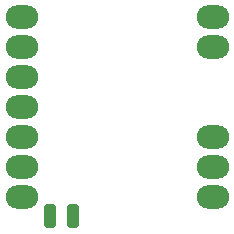
<source format=gbr>
%TF.GenerationSoftware,KiCad,Pcbnew,7.0.10*%
%TF.CreationDate,2024-01-21T02:22:15+01:00*%
%TF.ProjectId,powermeter,706f7765-726d-4657-9465-722e6b696361,rev?*%
%TF.SameCoordinates,Original*%
%TF.FileFunction,Paste,Bot*%
%TF.FilePolarity,Positive*%
%FSLAX46Y46*%
G04 Gerber Fmt 4.6, Leading zero omitted, Abs format (unit mm)*
G04 Created by KiCad (PCBNEW 7.0.10) date 2024-01-21 02:22:15*
%MOMM*%
%LPD*%
G01*
G04 APERTURE LIST*
G04 Aperture macros list*
%AMRoundRect*
0 Rectangle with rounded corners*
0 $1 Rounding radius*
0 $2 $3 $4 $5 $6 $7 $8 $9 X,Y pos of 4 corners*
0 Add a 4 corners polygon primitive as box body*
4,1,4,$2,$3,$4,$5,$6,$7,$8,$9,$2,$3,0*
0 Add four circle primitives for the rounded corners*
1,1,$1+$1,$2,$3*
1,1,$1+$1,$4,$5*
1,1,$1+$1,$6,$7*
1,1,$1+$1,$8,$9*
0 Add four rect primitives between the rounded corners*
20,1,$1+$1,$2,$3,$4,$5,0*
20,1,$1+$1,$4,$5,$6,$7,0*
20,1,$1+$1,$6,$7,$8,$9,0*
20,1,$1+$1,$8,$9,$2,$3,0*%
G04 Aperture macros list end*
%ADD10RoundRect,1.000000X0.375000X0.000000X-0.375000X0.000000X-0.375000X0.000000X0.375000X0.000000X0*%
%ADD11RoundRect,0.254000X0.254000X-0.762000X0.254000X0.762000X-0.254000X0.762000X-0.254000X-0.762000X0*%
G04 APERTURE END LIST*
D10*
%TO.C,U1*%
X68741000Y-43799250D03*
X68741000Y-46339250D03*
X68741000Y-53959250D03*
X68741000Y-56499250D03*
X68741000Y-59039250D03*
X52576000Y-59039250D03*
X52576000Y-56499250D03*
X52576000Y-53959250D03*
X52576000Y-51419250D03*
X52576000Y-48879250D03*
X52576000Y-46339250D03*
X52576000Y-43799250D03*
D11*
X56876000Y-60649250D03*
X54971000Y-60649250D03*
%TD*%
M02*

</source>
